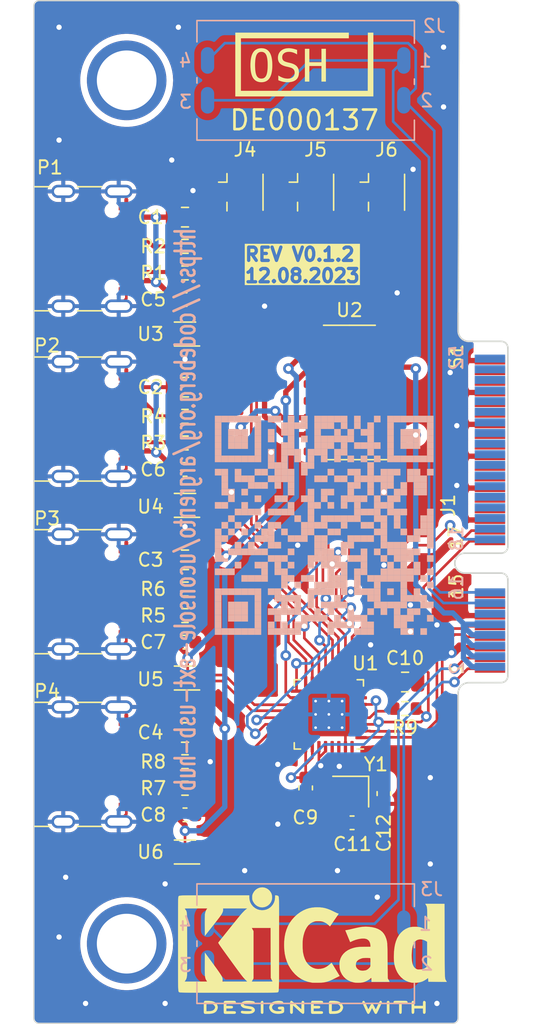
<source format=kicad_pcb>
(kicad_pcb (version 20221018) (generator pcbnew)
  (title_block (title "uConsole Extension USB Hub") (date "2023-08-03") (rev "0.1.1") (company "by argrento") (comment 2 "https://codeberg.org/argrento/uconsole-ext-usb-hub") (comment 4 "--->  UNTESTED  <---"))
  (layers (0 "F.Cu" signal) (31 "B.Cu" signal) (34 "B.Paste" user) (35 "F.Paste" user) (36 "B.SilkS" user "B.Silkscreen") (37 "F.SilkS" user "F.Silkscreen") (38 "B.Mask" user) (39 "F.Mask" user) (44 "Edge.Cuts" user))
  (net 0 "")
  (net 1 "/VBUS1")
  (net 2 "GND")
  (net 3 "/VBUS2")
  (net 4 "/VBUS3")
  (net 5 "/VBUS4")
  (net 6 "/HUB_RESET")
  (net 7 "/SPK_LP")
  (net 8 "+5V")
  (net 9 "/SPK_LN")
  (net 10 "/USB3_D+")
  (net 11 "/USB3_D-")
  (net 12 "/USB4_D+")
  (net 13 "/SPK_RP")
  (net 14 "/USB4_D-")
  (net 15 "/SPK_RN")
  (net 16 "+3.3V")
  (net 44 "Net-(P1-VCONN)")
  (net 45 "Net-(P1-CC)")
  (net 46 "Net-(P2-VCONN)")
  (net 47 "Net-(P2-CC)")
  (net 48 "Net-(P3-VCONN)")
  (net 49 "Net-(P3-CC)")
  (net 50 "Net-(P4-VCONN)")
  (net 51 "Net-(P4-CC)")
  (net 53 "/PWRON1")
  (net 54 "/OVRCUR1")
  (net 55 "/USBH1_D-")
  (net 56 "/PWRON2")
  (net 57 "/OVRCUR2")
  (net 58 "/USBH2_D-")
  (net 59 "/USBH2_D+")
  (net 60 "/PWRON3")
  (net 61 "/OVRCUR3")
  (net 62 "/USBH3_D-")
  (net 63 "/USBH3_D+")
  (net 64 "/PWRON4")
  (net 65 "/OVRCUR4")
  (net 66 "/USBH4_D-")
  (net 67 "/USBH4_D+")
  (net 68 "Net-(U1-XTAL2)")
  (net 69 "Net-(U1-XTAL1)")
  (net 71 "/USBH1_D+")
  (net 72 "/USB1_D+")
  (net 73 "/USB1_D-")
  (net 74 "/USB2_D+")
  (net 75 "/USB2_D-")
  (net 76 "/EXT_USB3_D+")
  (net 77 "/EXT_USB3_D-")
  (net 78 "/EXT_USB4_D+")
  (net 79 "/EXT_USB4_D-")
  (footprint "Resistor_SMD:R_0603_1608Metric" (layer "F.Cu") (at 147 92.8)
    (fp_text reference "R4")
    (fp_text value "5K1")
  )
  (footprint "Capacitor_SMD:C_0603_1608Metric" (layer "F.Cu") (at 162 121.2 -90)
    (fp_text reference "C12")
    (fp_text value "TBD")
  )
  (footprint "Capacitor_SMD:C_0805_2012Metric" (layer "F.Cu") (at 147 116.6)
    (fp_text reference "C4")
    (fp_text value "100uF")
  )
  (footprint "Capacitor_SMD:C_0603_1608Metric" (layer "F.Cu") (at 147 109.8)
    (fp_text reference "C7")
    (fp_text value "100nF")
  )
  (footprint "Package_SO:SOIC-16_3.9x9.9mm_P1.27mm" (layer "F.Cu") (at 159.4 91 180)
    (fp_text reference "U2")
    (fp_text value "TPS2044D")
  )
  (footprint "Resistor_SMD:R_0603_1608Metric" (layer "F.Cu") (at 147 105.8)
    (fp_text reference "R6")
    (fp_text value "5K1")
  )
  (footprint "Resistor_SMD:R_0603_1608Metric" (layer "F.Cu") (at 163.6 114.8 180)
    (fp_text reference "R9")
    (fp_text value "47K")
  )
  (footprint "Capacitor_SMD:C_0603_1608Metric" (layer "F.Cu") (at 147 84)
    (fp_text reference "C5")
    (fp_text value "100nF")
  )
  (footprint "oshwa-marks:OSHW_Dual_0.25_Scale" (layer "F.Cu") (at 156 66)
    (fp_text reference "OSHW_Dual_0.25_Scale" hide)
    (fp_text value "DE000137")
  )
  (footprint "Capacitor_SMD:C_0603_1608Metric" (layer "F.Cu") (at 147 122.8)
    (fp_text reference "C8")
    (fp_text value "100nF")
  )
  (footprint "Resistor_SMD:R_0603_1608Metric" (layer "F.Cu") (at 147 94.8)
    (fp_text reference "R3")
    (fp_text value "5K1")
  )
  (footprint "Connector_USB:USB_C_Receptacle_GCT_USB4105-xx-A_16P_TopMnt_Horizontal" (layer "F.Cu") (at 138.895 93 -90)
    (fp_text reference "P2")
    (fp_text value "USB_C_Plug_USB2.0")
  )
  (footprint "Package_DFN_QFN:QFN-32-1EP_5x5mm_P0.5mm_EP3.3x3.3mm_ThermalVias" (layer "F.Cu") (at 157.85 115.2375 180)
    (fp_text reference "U1")
    (fp_text value "TUSB2048B")
  )
  (footprint "Connector_USB:USB_C_Receptacle_GCT_USB4105-xx-A_16P_TopMnt_Horizontal" (layer "F.Cu") (at 138.895 80.18 -90)
    (fp_text reference "P1")
    (fp_text value "USB_C_Plug_USB2.0")
  )
  (footprint "Capacitor_SMD:C_0805_2012Metric" (layer "F.Cu") (at 147 90.6)
    (fp_text reference "C2")
    (fp_text value "100uF")
  )
  (footprint "Crystal:Crystal_SMD_2016-4Pin_2.0x1.6mm" (layer "F.Cu") (at 159.5 121.05 180)
    (fp_text reference "Y1")
    (fp_text value "6MHz")
  )
  (footprint "Resistor_SMD:R_0603_1608Metric" (layer "F.Cu") (at 147 118.8)
    (fp_text reference "R8")
    (fp_text value "5K1")
  )
  (footprint "Capacitor_SMD:C_0805_2012Metric" (layer "F.Cu") (at 147 77.8)
    (fp_text reference "C1")
    (fp_text value "100uF")
  )
  (footprint "Capacitor_SMD:C_0603_1608Metric" (layer "F.Cu") (at 147 96.8)
    (fp_text reference "C6")
    (fp_text value "100nF")
  )
  (footprint "Capacitor_SMD:C_0805_2012Metric" (layer "F.Cu") (at 163.6 112.8)
    (fp_text reference "C10")
    (fp_text value "100uF")
  )
  (footprint "Resistor_SMD:R_0603_1608Metric" (layer "F.Cu") (at 147 107.8)
    (fp_text reference "R5")
    (fp_text value "5K1")
  )
  (footprint "Connector_Coaxial:U.FL_Hirose_U.FL-R-SMT-1_Vertical" (layer "F.Cu") (at 151.05 75.925)
    (fp_text reference "J4")
    (fp_text value "MAIN")
  )
  (footprint "Capacitor_SMD:C_0603_1608Metric" (layer "F.Cu") (at 156.1 120.775 -90)
    (fp_text reference "C9")
    (fp_text value "100nF")
  )
  (footprint "Symbol:KiCad-Logo2_8mm_SilkScreen" (layer "F.Cu") (at 156.6 132.2)
    (fp_text reference "REF**" hide)
    (fp_text value "KiCad-Logo2_8mm_SilkScreen" hide)
  )
  (footprint "Connector_USB:USB_C_Receptacle_GCT_USB4105-xx-A_16P_TopMnt_Horizontal" (layer "F.Cu") (at 138.895 119 -90)
    (fp_text reference "P4")
    (fp_text value "USB_C_Plug_USB2.0")
  )
  (footprint "Resistor_SMD:R_0603_1608Metric" (layer "F.Cu") (at 147 120.8)
    (fp_text reference "R7")
    (fp_text value "5K1")
  )
  (footprint "Package_TO_SOT_SMD:SOT-666" (layer "F.Cu") (at 147 99.5 180)
    (fp_text reference "U4")
    (fp_text value "USBLC6-2P6")
  )
  (footprint "custom_components:mini_pcie_edge" (layer "F.Cu") (at 170 100 90)
    (fp_text reference "J1")
    (fp_text value "MINI_PCIE")
    (fp_line (start -13.65 -2.4) (end -15 -2.4) (stroke (width 0.12)) (layer "Edge.Cuts"))
    (fp_line (start -12.846447 0.846447) (end -12.85 -1.6) (stroke (width 0.12)) (layer "Edge.Cuts"))
    (fp_line (start -5.1 1.35) (end -12.346447 1.346447) (stroke (width 0.12)) (layer "Edge.Cuts"))
    (fp_line (start -4.6 -1.9) (end -4.6 0.85) (stroke (width 0.12)) (layer "Edge.Cuts"))
    (fp_line (start -3.1 0.85) (end -3.1 -1.9) (stroke (width 0.12)) (layer "Edge.Cuts"))
    (fp_line (start -2.6 1.35) (end 12.35 1.35) (stroke (width 0.12)) (layer "Edge.Cuts"))
    (fp_line (start 12.85 0.85) (end 12.85 -1.6) (stroke (width 0.12)) (layer "Edge.Cuts"))
    (fp_line (start 13.65 -2.4) (end 15 -2.4) (stroke (width 0.12)) (layer "Edge.Cuts"))
    (fp_arc (start -13.65 -2.4) (mid -13.084315 -2.165685) (end -12.85 -1.6) (stroke (width 0.12)) (layer "Edge.Cuts"))
    (fp_arc (start -12.346447 1.346447) (mid -12.7 1.2) (end -12.846447 0.846447) (stroke (width 0.12)) (layer "Edge.Cuts"))
    (fp_arc (start -4.6 -1.9) (mid -3.85 -2.65) (end -3.1 -1.9) (stroke (width 0.12)) (layer "Edge.Cuts"))
    (fp_arc (start -4.6 0.85) (mid -4.746447 1.203553) (end -5.1 1.35) (stroke (width 0.12)) (layer "Edge.Cuts"))
    (fp_arc (start -2.6 1.35) (mid -2.953553 1.203553) (end -3.1 0.85) (stroke (width 0.12)) (layer "Edge.Cuts"))
    (fp_arc (start 12.85 -1.6) (mid 13.084315 -2.165685) (end 13.65 -2.4) (stroke (width 0.12)) (layer "Edge.Cuts"))
    (fp_arc (start 12.85 0.85) (mid 12.703553 1.203553) (end 12.35 1.35) (stroke (width 0.12)) (layer "Edge.Cuts"))
  )
  (footprint "Capacitor_SMD:C_0603_1608Metric" (layer "F.Cu") (at 159.6 123.4)
    (fp_text reference "C11")
    (fp_text value "TBD")
  )
  (footprint "Capacitor_SMD:C_0805_2012Metric" (layer "F.Cu") (at 147 103.6)
    (fp_text reference "C3")
    (fp_text value "100uF")
  )
  (footprint "Package_TO_SOT_SMD:SOT-666" (layer "F.Cu") (at 147 125.6 180)
    (fp_text reference "U6")
    (fp_text value "USBLC6-2P6")
  )
  (footprint "Resistor_SMD:R_0603_1608Metric" (layer "F.Cu") (at 147 80)
    (fp_text reference "R2")
    (fp_text value "5K1")
  )
  (footprint "Package_TO_SOT_SMD:SOT-666" (layer "F.Cu") (at 147 86.6 180)
    (fp_text reference "U3")
    (fp_text value "USBLC6-2P6")
  )
  (footprint "Connector_USB:USB_C_Receptacle_GCT_USB4105-xx-A_16P_TopMnt_Horizontal" (layer "F.Cu") (at 138.895 106 -90)
    (fp_text reference "P3")
    (fp_text value "USB_C_Plug_USB2.0")
  )
  (footprint "Connector_Coaxial:U.FL_Hirose_U.FL-R-SMT-1_Vertical" (layer "F.Cu") (at 161.725 75.925)
    (fp_text reference "J6")
    (fp_text value "GPS")
  )
  (footprint "Connector_Coaxial:U.FL_Hirose_U.FL-R-SMT-1_Vertical" (layer "F.Cu") (at 156.375 75.925)
    (fp_text reference "J5")
    (fp_text value "AUX")
  )
  (footprint "Package_TO_SOT_SMD:SOT-666" (layer "F.Cu") (at 147 112.5 180)
    (fp_text reference "U5")
    (fp_text value "USBLC6-2P6")
  )
  (footprint "Resistor_SMD:R_0603_1608Metric" (layer "F.Cu") (at 147 82)
    (fp_text reference "R1")
    (fp_text value "5K1")
  )
  (footprint "custom_components:uConsole_speaker" (layer "B.Cu") (at 155.9 67 180)
    (fp_text reference "J2")
    (fp_text value "SPEAKER")
  )
  (footprint "custom_components:qr-https--codeberg.org-argrento-uconsole-ext-usb-hub" (layer "B.Cu") (at 157.5 101 -90)
    (fp_text reference "QR" hide)
    (fp_text value "")
  )
  (footprint "custom_components:uConsole_speaker" (layer "B.Cu") (at 155.9 132 180)
    (fp_text reference "J3")
    (fp_text value "SPEAKER")
  )
  (gr_arc (start 136 138.5) (mid 135.717157 138.382843) (end 135.6 138.1) (stroke (width 0.1)) (layer "Edge.Cuts"))
  (gr_arc (start 167.3 61.5) (mid 167.582843 61.617157) (end 167.7 61.9) (stroke (width 0.1)) (layer "Edge.Cuts"))
  (gr_line (start 167.3 61.5) (end 136 61.5) (stroke (width 0.1)) (layer "Edge.Cuts"))
  (gr_arc (start 135.6 61.9) (mid 135.717157 61.617157) (end 136 61.5) (stroke (width 0.1)) (layer "Edge.Cuts"))
  (gr_line (start 135.6 61.9) (end 135.6 138.1) (stroke (width 0.1)) (layer "Edge.Cuts"))
  (gr_line (start 167.6 85) (end 167.7 61.9) (stroke (width 0.1)) (layer "Edge.Cuts"))
  (gr_line (start 167.2 138.5) (end 136 138.5) (stroke (width 0.1)) (layer "Edge.Cuts"))
  (gr_line (start 167.6 115) (end 167.6 138.1) (stroke (width 0.1)) (layer "Edge.Cuts"))
  (gr_arc (start 167.6 138.1) (mid 167.482843 138.382843) (end 167.2 138.5) (stroke (width 0.1)) (layer "Edge.Cuts"))
  (gr_text "https://codeberg.org/argrento/uconsole-ext-usb-hub" (at 147.9 78.5 90) (layer "B.SilkS") (effects (font (size 1.5 1) (thickness 0.2)) (justify left bottom mirror)))
  (gr_text "REV V0.1.2\n12.08.2023" (at 151.4 82.8) (layer "F.SilkS" knockout) (effects (font (size 1 1) (thickness 0.25) bold) (justify left bottom)))
  (via (at 142.6 67.5) (size 6) (drill 4.5) (layers "F.Cu" "B.Cu") (net 0))
  (via (at 142.6 132.5) (size 6) (drill 4.5) (layers "F.Cu" "B.Cu") (net 0))
  (segment (start 142.595 77.8) (end 142.575 77.78) (width 0.4) (layer "F.Cu") (net 1))
  (segment (start 147.1 84.875) (end 146.225 84) (width 0.4) (layer "F.Cu") (net 1))
  (segment (start 153 92.8) (end 153 88.292894) (width 0.4) (layer "F.Cu") (net 1))
  (segment (start 156.925 94.175) (end 154.375 94.175) (width 0.4) (layer "F.Cu") (net 1))
  (segment (start 146.8 86.45) (end 146.8 85.175) (width 0.2) (layer "F.Cu") (net 1))
  (segment (start 149.582106 84.875) (end 147.1 84.875) (width 0.4) (layer "F.Cu") (net 1))
  (segment (start 153 88.292894) (end 149.582106 84.875) (width 0.4) (layer "F.Cu") (net 1))
  (segment (start 146.65 86.6) (end 146.8 86.45) (width 0.2) (layer "F.Cu") (net 1))
  (segment (start 144.805 82.58) (end 146.225 84) (width 0.4) (layer "F.Cu") (net 1))
  (segment (start 144.805 82.58) (end 144.805 82.6795) (width 0.4) (layer "F.Cu") (net 1))
  (segment (start 142.575 82.58) (end 144.805 82.58) (width 0.4) (layer "F.Cu") (net 1))
  (segment (start 146.8 85.175) (end 147.1 84.875) (width 0.2) (layer "F.Cu") (net 1))
  (segment (start 146.075 86.6) (end 146.65 86.6) (width 0.2) (layer "F.Cu") (net 1))
  (segment (start 146.05 77.8) (end 142.595 77.8) (width 0.4) (layer "F.Cu") (net 1))
  (segment (start 154.375 94.175) (end 153 92.8) (width 0.4) (layer "F.Cu") (net 1))
  (via (at 144.805 82.6795) (size 0.8) (drill 0.4) (layers "F.Cu" "B.Cu") (net 1))
  (via (at 144.8 77.8) (size 0.8) (drill 0.4) (layers "F.Cu" "B.Cu") (net 1))
  (segment (start 144.805 77.805) (end 144.8 77.8) (width 0.4) (layer "B.Cu") (net 1))
  (segment (start 144.805 82.6795) (end 144.805 77.805) (width 0.4) (layer "B.Cu") (net 1))
  (segment (start 147.35 125.6) (end 147 125.95) (width 0.2) (layer "F.Cu") (net 2))
  (segment (start 142.575 122.745) (end 142 123.32) (width 0.2) (layer "F.Cu") (net 2))
  (segment (start 159.1 117.675) (end 159.1 116.4875) (width 0.2) (layer "F.Cu") (net 2))
  (segment (start 147 86.95) (end 147 88.5) (width 0.2) (layer "F.Cu") (net 2))
  (segment (start 170 91) (end 167.8 91) (width 0.4) (layer "F.Cu") (net 2))
  (segment (start 170 98.2) (end 167.7 98.2) (width 0.4) (layer "F.Cu") (net 2))
  (segment (start 164.55 112.05) (end 164 111.5) (width 0.2) (layer "F.Cu") (net 2))
  (segment (start 147.925 125.6) (end 147.35 125.6) (width 0.2) (layer "F.Cu") (net 2))
  (segment (start 157.6 118) (end 157.6 117.675) (width 0.2) (layer "F.Cu") (net 2))
  (segment (start 170 107.8) (end 168.2 107.8) (width 0.4) (layer "F.Cu") (net 2))
  (segment (start 168.2 107.8) (end 168 107.6) (width 0.4) (layer "F.Cu") (net 2))
  (segment (start 147 99.85) (end 147 100.5) (width 0.2) (layer "F.Cu") (net 2))
  (segment (start 158.8 119.314257) (end 158.635632 119.149889) (width 0.2) (layer "F.Cu") (net 2))
  (segment (start 157.1 118.963868) (end 157.236132 119.1) (width 0.2) (layer "F.Cu") (net 2))
  (segment (start 170 110.2) (end 167.4995 110.2) (width 0.4) (layer "F.Cu") (net 2))
  (segment (start 147.825 118.8) (end 148.9 118.8) (width 0.2) (layer "F.Cu") (net 2))
  (segment (start 167.7 98.2) (end 167.5 98) (width 0.4) (layer "F.Cu") (net 2))
  (segment (start 167.4995 110.2) (end 167.0995 110.6) (width 0.4) (layer "F.Cu") (net 2))
  (segment (start 147 112.85) (end 147 113.4) (width 0.2) (layer "F.Cu") (net 2))
  (segment (start 167.6 93.4) (end 167.5 93.5) (width 0.4) (layer "F.Cu") (net 2))
  (segment (start 147 125.95) (end 147 126.5) (width 0.2) (layer "F.Cu") (net 2))
  (segment (start 142.575 83.925) (end 142 84.5) (width 0.2) (layer "F.Cu") (net 2))
  (segment (start 142.575 96.2) (end 142.575 96.745) (width 0.2) (layer "F.Cu") (net 2))
  (segment (start 147.925 112.5) (end 147.35 112.5) (width 0.2) (layer "F.Cu") (net 2))
  (segment (start 147.925 99.5) (end 147.35 99.5) (width 0.2) (layer "F.Cu") (net 2))
  (segment (start 147 100.5) (end 147 101.1) (width 0.2) (layer "F.Cu") (net 2))
  (segment (start 147.925 86.6) (end 147.35 86.6) (width 0.2) (layer "F.Cu") (net 2))
  (segment (start 170 100.6) (end 168.2 100.6) (width 0.4) (layer "F.Cu") (net 2))
  (segment (start 142.575 96.745) (end 142 97.32) (width 0.2) (layer "F.Cu") (net 2))
  (segment (start 170 93.4) (end 167.6 93.4) (width 0.4) (layer "F.Cu") (net 2))
  (segment (start 160.2875 113.2125) (end 161 112.5) (width 0.2) (layer "F.Cu") (net 2))
  (segment (start 170 95.8) (end 167.8 95.8) (width 0.4) (layer "F.Cu") (net 2))
  (segment (start 157.1 118.5) (end 157.6 118) (width 0.2) (layer "F.Cu") (net 2))
  (segment (start 157.1 117.675) (end 157.1 118.5) (width 0.2) (layer "F.Cu") (net 2))
  (segment (start 164.55 112.8) (end 164.55 112.05) (width 0.2) (layer "F.Cu") (net 2))
  (segment (start 147.35 99.5) (end 147 99.85) (width 0.2) (layer "F.Cu") (net 2))
  (segment (start 142.575 83.38) (end 142.575 83.925) (width 0.2) (layer "F.Cu") (net 2))
  (segment (start 158.8 120.5) (end 158.8 119.314257) (width 0.2) (layer "F.Cu") (net 2))
  (segment (start 159.1 116.4875) (end 158.85 116.2375) (width 0.2) (layer "F.Cu") (net 2))
  (segment (start 170 88.6) (end 167.8 88.6) (width 0.4) (layer "F.Cu") (net 2))
  (segment (start 142.575 122.2) (end 142.575 122.745) (width 0.2) (layer "F.Cu") (net 2))
  (segment (start 160.2875 113.4875) (end 160.2875 113.2125) (width 0.2) (layer "F.Cu") (net 2))
  (segment (start 157.1 118.5) (end 157.1 118.963868) (width 0.2) (layer "F.Cu") (net 2))
  (segment (start 142.575 109.2) (end 142.575 109.745) (width 0.2) (layer "F.Cu") (net 2))
  (segment (start 142.575 109.745) (end 142 110.32) (width 0.2) (layer "F.Cu") (net 2))
  (segment (start 147.35 112.5) (end 147 112.85) (width 0.2) (layer "F.Cu") (net 2))
  (segment (start 160.2875 113.9875) (end 160.2875 113.4875) (width 0.2) (layer "F.Cu") (net 2))
  (segment (start 147.35 86.6) (end 147 86.95) (width 0.2) (layer "F.Cu") (net 2))
  (via (at 162 104) (size 0.8) (drill 0.4) (layers "F.Cu" "B.Cu") (net 2))
  (via (at 145.5 137) (size 0.8) (drill 0.4) (layers "F.Cu" "B.Cu") (net 2))
  (via (at 138 127.5) (size 0.8) (drill 0.4) (layers "F.Cu" "B.Cu") (net 2))
  (via (at 166 108.5) (size 0.8) (drill 0.4) (layers "F.Cu" "B.Cu") (net 2))
  (via (at 146 73.5) (size 0.8) (drill 0.4) (layers "F.Cu" "B.Cu") (net 2))
  (via (at 137.5 72) (size 0.8) (drill 0.4) (layers "F.Cu" "B.Cu") (net 2))
  (via (at 150.5 98.5) (size 0.8) (drill 0.4) (layers "F.Cu" "B.Cu") (net 2))
  (via (at 147 88.5) (size 0.8) (drill 0.4) (layers "F.Cu" "B.Cu") (net 2))
  (via (at 153.5 95.5) (size 0.8) (drill 0.4) (layers "F.Cu" "B.Cu") (net 2))
  (via (at 164.2 74.2) (size 0.8) (drill 0.4) (layers "F.Cu" "B.Cu") (net 2))
  (via (at 158.5 127) (size 0.8) (drill 0.4) (layers "F.Cu" "B.Cu") (net 2))
  (via (at 167.0995 110.6) (size 0.8) (drill 0.4) (layers "F.Cu" "B.Cu") (net 2))
  (via (at 165.5 126.5) (size 0.8) (drill 0.4) (layers "F.Cu" "B.Cu") (net 2))
  (via (at 166.5 69.5) (size 0.8) (drill 0.4) (layers "F.Cu" "B.Cu") (net 2))
  (via (at 147.6 75.8) (size 0.8) (drill 0.4) (layers "F.Cu" "B.Cu") (net 2))
  (via (at 167.5 93.5) (size 0.8) (drill 0.4) (layers "F.Cu" "B.Cu") (net 2))
  (via (at 167 89.5) (size 0.8) (drill 0.4) (layers "F.Cu" "B.Cu") (net 2))
  (via (at 148.9 118.8) (size 0.8) (drill 0.4) (layers "F.Cu" "B.Cu") (net 2))
  (via (at 151.5 127) (size 0.8) (drill 0.4) (layers "F.Cu" "B.Cu") (net 2))
  (via (at 139.5 137) (size 0.8) (drill 0.4) (layers "F.Cu" "B.Cu") (net 2))
  (via (at 147 101.1) (size 0.8) (drill 0.4) (layers "F.Cu" "B.Cu") (net 2))
  (via (at 137.5 132) (size 0.8) (drill 0.4) (layers "F.Cu" "B.Cu") (net 2))
  (via (at 166.5 65) (size 0.8) (drill 0.4) (layers "F.Cu" "B.Cu") (net 2))
  (via (at 154 123.5) (size 0.8) (drill 0.4) (layers "F.Cu" "B.Cu") (net 2))
  (via (at 153 84.5) (size 0.8) (drill 0.4) (layers "F.Cu" "B.Cu") (net 2))
  (via (at 167.5 98) (size 0.8) (drill 0.4) (layers "F.Cu" "B.Cu") (net 2))
  (via (at 163 83.5) (size 0.8) (drill 0.4) (layers "F.Cu" "B.Cu") (net 2))
  (via (at 166 137) (size 0.8) (drill 0.4) (layers "F.Cu" "B.Cu") (net 2))
  (via (at 164 109) (size 0.8) (drill 0.4) (layers "F.Cu" "B.Cu") (net 2))
  (via (at 161 110) (size 0.8) (drill 0.4) (layers "F.Cu" "B.Cu") (net 2))
  (via (at 162 98.5) (size 0.8) (drill 0.4) (layers "F.Cu" "B.Cu") (net 2))
  (via (at 161.5 129) (size 0.8) (drill 0.4) (layers "F.Cu" "B.Cu") (net 2))
  (via (at 158.635632 119.149889) (size 0.8) (drill 0.4) (layers "F.Cu" "B.Cu") (net 2))
  (via (at 164 107) (size 0.8) (drill 0.4) (layers "F.Cu" "B.Cu") (net 2))
  (via (at 145.5 128) (size 0.8) (drill 0.4) (layers "F.Cu" "B.Cu") (net 2))
  (via (at 146.5 63.5) (size 0.8) (drill 0.4) (layers "F.Cu" "B.Cu") (net 2))
  (via (at 165.5 120) (size 0.8) (drill 0.4) (layers "F.Cu" "B.Cu") (net 2))
  (via (at 137.5 63.5) (size 0.8) (drill 0.4) (layers "F.Cu" "B.Cu") (net 2))
  (via (at 157.236132 119.1) (size 0.8) (drill 0.4) (layers "F.Cu" "B.Cu") (net 2))
  (via (at 155.5 102.5) (size 0.8) (drill 0.4) (layers "F.Cu" "B.Cu") (net 2))
  (via (at 154 119) (size 0.8) (drill 0.4) (layers "F.Cu" "B.Cu") (net 2))
  (segment (start 151.2 96.4) (end 149.6 98) (width 0.4) (layer "F.Cu") (net 3))
  (segment (start 144.4 95.4) (end 142.575 95.4) (width 0.4) (layer "F.Cu") (net 3))
  (segment (start 146.075 99.5) (end 146.65 99.5) (width 0.2) (layer "F.Cu") (net 3))
  (segment (start 154.305 92.905) (end 153.8 92.4) (width 0.4) (layer "F.Cu") (net 3))
  (segment (start 146.65 99.5) (end 146.8 99.35) (width 0.2) (layer "F.Cu") (net 3))
  (segment (start 147.425 98) (end 146.225 96.8) (width 0.4) (layer "F.Cu") (net 3))
  (segment (start 146.225 96.8) (end 144.825 95.4) (width 0.4) (layer "F.Cu") (net 3))
  (segment (start 146.825 98.6) (end 147.425 98) (width 0.2) (layer "F.Cu") (net 3))
  (segment (start 146.8 98.6) (end 146.825 98.6) (width 0.2) (layer "F.Cu") (net 3))
  (segment (start 144.8 90.6) (end 146.05 90.6) (width 0.3) (layer "F.Cu") (net 3))
  (segment (start 144.825 95.4) (end 144.4 95.4) (width 0.4) (layer "F.Cu") (net 3))
  (segment (start 156.925 92.905) (end 154.305 92.905) (width 0.4) (layer "F.Cu") (net 3))
  (segment (start 142.575 90.6) (end 144.8 90.6) (width 0.3) (layer "F.Cu") (net 3))
  (segment (start 149.6 98) (end 147.425 98) (width 0.4) (layer "F.Cu") (net 3))
  (segment (start 146.8 99.35) (end 146.8 98.6) (width 0.2) (layer "F.Cu") (net 3))
  (segment (start 151.2 93.6) (end 151.2 96.4) (width 0.4) (layer "F.Cu") (net 3))
  (segment (start 144.4 95.4) (end 144.7255 95.4) (width 0.4) (layer "F.Cu") (net 3))
  (segment (start 144.7255 95.4) (end 144.825 95.4995) (width 0.4) (layer "F.Cu") (net 3))
  (via (at 144.8 90.6) (size 0.8) (drill 0.4) (layers "F.Cu" "B.Cu") (net 3))
  (via (at 153.8 92.4) (size 0.8) (drill 0.4) (layers "F.Cu" "B.Cu") (net 3))
  (via (at 151.2 93.6) (size 0.8) (drill 0.4) (layers "F.Cu" "B.Cu") (net 3))
  (via (at 144.825 95.4995) (size 0.8) (drill 0.4) (layers "F.Cu" "B.Cu") (net 3))
  (segment (start 144.825 95.4995) (end 144.825 90.625) (width 0.4) (layer "B.Cu") (net 3))
  (segment (start 152.4 92.4) (end 151.2 93.6) (width 0.4) (layer "B.Cu") (net 3))
  (segment (start 153.8 92.4) (end 152.4 92.4) (width 0.4) (layer "B.Cu") (net 3))
  (segment (start 144.825 90.625) (end 144.8 90.6) (width 0.4) (layer "B.Cu") (net 3))
  (segment (start 154.6 90.937183) (end 154.6 91.6) (width 0.4) (layer "F.Cu") (net 4))
  (segment (start 156.925 89.095) (end 156.442183 89.095) (width 0.4) (layer "F.Cu") (net 4))
  (segment (start 146.65 112.5) (end 147.2 111.95) (width 0.2) (layer "F.Cu") (net 4))
  (segment (start 142.575 103.6) (end 146.05 103.6) (width 0.4) (layer "F.Cu") (net 4))
  (segment (start 147.2 110.775) (end 146.225 109.8) (width 0.4) (layer "F.Cu") (net 4))
  (segment (start 147.2 111) (end 147.2 110.775) (width 0.4) (layer "F.Cu") (net 4))
  (segment (start 146.075 112.5) (end 146.65 112.5) (width 0.2) (layer "F.Cu") (net 4))
  (segment (start 146.05 103.6) (end 147.175 102.475) (width 0.4) (layer "F.Cu") (net 4))
  (segment (start 149.275 102.475) (end 150.1 103.3) (width 0.4) (layer "F.Cu") (net 4))
  (segment (start 156.442183 89.095) (end 154.6 90.937183) (width 0.4) (layer "F.Cu") (net 4))
  (segment (start 146.225 109.8) (end 144.825 108.4) (width 0.4) (layer "F.Cu") (net 4))
  (segment (start 144.825 108.4) (end 142.575 108.4) (width 0.4) (layer "F.Cu") (net 4))
  (segment (start 147.175 102.475) (end 149.275 102.475) (width 0.4) (layer "F.Cu") (net 4))
  (segment (start 147.2 111.95) (end 147.2 111) (width 0.2) (layer "F.Cu") (net 4))
  (via (at 150.1 103.3) (size 0.8) (drill 0.4) (layers "F.Cu" "B.Cu") (net 4))
  (via (at 154.6 91.6) (size 0.8) (drill 0.4) (layers "F.Cu" "B.Cu") (net 4))
  (via (at 147.2 111) (size 0.8) (drill 0.4) (layers "F.Cu" "B.Cu") (net 4))
  (segment (start 154.6 91.6) (end 154.6 98.8) (width 0.4) (layer "B.Cu") (net 4))
  (segment (start 149.4 104) (end 149.4 108.8) (width 0.4) (layer "B.Cu") (net 4))
  (segment (start 154.6 98.8) (end 149.4 104) (width 0.4) (layer "B.Cu") (net 4))
  (segment (start 149.4 108.8) (end 147.2 111) (width 0.4) (layer "B.Cu") (net 4))
  (segment (start 147 125.25) (end 147 124) (width 0.2) (layer "F.Cu") (net 5))
  (segment (start 146.225 122.8) (end 144.825 121.4) (width 0.4) (layer "F.Cu") (net 5))
  (segment (start 147 123.575) (end 146.225 122.8) (width 0.4) (layer "F.Cu") (net 5))
  (segment (start 156.175 87.825) (end 154.8 89.2) (width 0.4) (layer "F.Cu") (net 5))
  (segment (start 150 116.3) (end 148.5 114.8) (width 0.4) (layer "F.Cu") (net 5))
  (segment (start 146.65 125.6) (end 147 125.25) (width 0.2) (layer "F.Cu") (net 5))
  (segment (start 142.575 116.6) (end 146.05 116.6) (width 0.4) (layer "F.Cu") (net 5))
  (segment (start 146.075 125.6) (end 146.65 125.6) (width 0.2) (layer "F.Cu") (net 5))
  (segment (start 148.5 114.8) (end 146.8 114.8) (width 0.4) (layer "F.Cu") (net 5))
  (segment (start 146.8 114.8) (end 146.05 115.55) (width 0.4) (layer "F.Cu") (net 5))
  (segment (start 156.925 87.825) (end 156.175 87.825) (width 0.4) (layer "F.Cu") (net 5))
  (segment (start 144.825 121.4) (end 142.575 121.4) (width 0.4) (layer "F.Cu") (net 5))
  (segment (start 146.05 115.55) (end 146.05 116.6) (width 0.4) (layer "F.Cu") (net 5))
  (segment (start 147 124) (end 147 123.575) (width 0.4) (layer "F.Cu") (net 5))
  (via (at 150 116.3) (size 0.8) (drill 0.4) (layers "F.Cu" "B.Cu") (net 5))
  (via (at 154.8 89.2) (size 0.8) (drill 0.4) (layers "F.Cu" "B.Cu") (net 5))
  (via (at 147 124) (size 0.8) (drill 0.4) (layers "F.Cu" "B.Cu") (net 5))
  (segment (start 155.4 98.848528) (end 155.4 89.8) (width 0.4) (layer "B.Cu") (net 5))
  (segment (start 150 116.3) (end 150 122.2) (width 0.4) (layer "B.Cu") (net 5))
  (segment (start 155.4 89.8) (end 154.8 89.2) (width 0.4) (layer "B.Cu") (net 5))
  (segment (start 148.2 124) (end 147 124) (width 0.4) (layer "B.Cu") (net 5))
  (segment (start 151.124264 103.124264) (end 155.4 98.848528) (width 0.4) (layer "B.Cu") (net 5))
  (segment (start 150 116.3) (end 150 104.531371) (width 0.4) (layer "B.Cu") (net 5))
  (segment (start 150 104.531371) (end 151.124264 103.407107) (width 0.4) (layer "B.Cu") (net 5))
  (segment (start 151.124264 103.407107) (end 151.124264 103.124264) (width 0.4) (layer "B.Cu") (net 5))
  (segment (start 150 122.2) (end 148.2 124) (width 0.4) (layer "B.Cu") (net 5))
  (segment (start 162.775 112.925) (end 162.65 112.8) (width 0.2) (layer "F.Cu") (net 6))
  (segment (start 161.42305 115) (end 162.575 115) (width 0.2) (layer "F.Cu") (net 6))
  (segment (start 162.575 115) (end 162.775 114.8) (width 0.2) (layer "F.Cu") (net 6))
  (segment (start 162.775 114.8) (end 162.775 112.925) (width 0.2) (layer "F.Cu") (net 6))
  (segment (start 164.5 102.5) (end 162.7 104.3) (width 0.2) (layer "F.Cu") (net 6))
  (segment (start 165.5 102.5) (end 164.5 102.5) (width 0.2) (layer "F.Cu") (net 6))
  (segment (start 167 101) (end 165.5 102.5) (width 0.2) (layer "F.Cu") (net 6))
  (segment (start 160.2875 115.4875) (end 160.93555 115.4875) (width 0.2) (layer "F.Cu") (net 6))
  (segment (start 160.93555 115.4875) (end 161.42305 115) (width 0.2) (layer "F.Cu") (net 6))
  (segment (start 162.7 104.3) (end 162.7 112.75) (width 0.2) (layer "F.Cu") (net 6))
  (segment (start 162.7 112.75) (end 162.65 112.8) (width 0.2) (layer "F.Cu") (net 6))
  (via (at 167 101) (size 0.8) (drill 0.4) (layers "F.Cu" "B.Cu") (net 6))
  (segment (start 167 101) (end 168.05 102.05) (width 0.2) (layer "B.Cu") (net 6))
  (segment (start 168.05 102.05) (end 170 102.05) (width 0.2) (layer "B.Cu") (net 6))
  (segment (start 168.3245 111.8) (end 167.3245 112.8) (width 0.2) (layer "F.Cu") (net 7))
  (segment (start 170 111.8) (end 168.3245 111.8) (width 0.2) (layer "F.Cu") (net 7))
  (via (at 167.3245 112.8) (size 0.8) (drill 0.4) (layers "F.Cu" "B.Cu") (net 7))
  (segment (start 150 135.3) (end 148.7 134) (width 0.2) (layer "B.Cu") (net 7))
  (segment (start 166.4 112.8) (end 163.5 115.7) (width 0.2) (layer "B.Cu") (net 7))
  (segment (start 164.3 131.8) (end 164.3 134.9) (width 0.2) (layer "B.Cu") (net 7))
  (segment (start 163.5 115.7) (end 163.5 131) (width 0.2) (layer "B.Cu") (net 7))
  (segment (start 164.3 134.9) (end 163.9 135.3) (width 0.2) (layer "B.Cu") (net 7))
  (segment (start 163.9 135.3) (end 150 135.3) (width 0.2) (layer "B.Cu") (net 7))
  (segment (start 167.3245 112.8) (end 166.4 112.8) (width 0.2) (layer "B.Cu") (net 7))
  (segment (start 163.5 131) (end 164.3 131.8) (width 0.2) (layer "B.Cu") (net 7))
  (segment (start 161.875 89.095) (end 164.295 89.095) (width 0.4) (layer "F.Cu") (net 8))
  (segment (start 164.375 94.175) (end 164.4 94.2) (width 0.4) (layer "F.Cu") (net 8))
  (segment (start 164.295 89.095) (end 164.4 89.2) (width 0.4) (layer "F.Cu") (net 8))
  (segment (start 161.875 94.175) (end 164.375 94.175) (width 0.4) (layer "F.Cu") (net 8))
  (via (at 164.4 89.2) (size 0.8) (drill 0.4) (layers "F.Cu" "B.Cu") (net 8))
  (via (at 164.4 94.2) (size 0.8) (drill 0.4) (layers "F.Cu" "B.Cu") (net 8))
  (segment (start 166.527208 107.6) (end 164.4 105.472792) (width 0.4) (layer "B.Cu") (net 8))
  (segment (start 167.2 107.6) (end 166.527208 107.6) (width 0.4) (layer "B.Cu") (net 8))
  (segment (start 164.4 105.472792) (end 164.4 94.2) (width 0.4) (layer "B.Cu") (net 8))
  (segment (start 168.65 109.25) (end 168 108.6) (width 0.4) (layer "B.Cu") (net 8))
  (segment (start 170 109.25) (end 168.65 109.25) (width 0.4) (layer "B.Cu") (net 8))
  (segment (start 168.65 110.05) (end 168 109.4) (width 0.4) (layer "B.Cu") (net 8))
  (segment (start 170 110.85) (end 168.65 110.85) (width 0.4) (layer "B.Cu") (net 8))
  (segment (start 164.4 94.2) (end 164.4 89.2) (width 0.4) (layer "B.Cu") (net 8))
  (segment (start 168 110.2) (end 168 109.4) (width 0.4) (layer "B.Cu") (net 8))
  (segment (start 170 111.65) (end 168.65 111.65) (width 0.4) (layer "B.Cu") (net 8))
  (segment (start 168 109.4) (end 168 108.6) (width 0.4) (layer "B.Cu") (net 8))
  (segment (start 168 108.5) (end 168.05 108.45) (width 0.4) (layer "B.Cu") (net 8))
  (segment (start 170 108.45) (end 168.05 108.45) (width 0.4) (layer "B.Cu") (net 8))
  (segment (start 168.05 108.45) (end 167.2 107.6) (width 0.4) (layer "B.Cu") (net 8))
  (segment (start 168 111) (end 168 110.2) (width 0.4) (layer "B.Cu") (net 8))
  (segment (start 168 108.6) (end 168 108.5) (width 0.4) (layer "B.Cu") (net 8))
  (segment (start 168.65 110.85) (end 168 110.2) (width 0.4) (layer "B.Cu") (net 8))
  (segment (start 168.65 111.65) (end 168 111) (width 0.4) (layer "B.Cu") (net 8))
  (segment (start 170 110.05) (end 168.65 110.05) (width 0.4) (layer "B.Cu") (net 8))
  (segment (start 168.124997 111) (end 170 111) (width 0.2) (layer "F.Cu") (net 9))
  (segment (start 167.3245 111.800497) (end 168.124997 111) (width 0.2) (layer "F.Cu") (net 9))
  (via (at 167.3245 111.800497) (size 0.8) (drill 0.4) (layers "F.Cu" "B.Cu") (net 9))
  (segment (start 163.5 134) (end 151.7 134) (width 0.2) (layer "B.Cu") (net 9))
  (segment (start 163.1 129.2) (end 161.3 131) (width 0.2) (layer "B.Cu") (net 9))
  (segment (start 151.7 134) (end 148.7 131) (width 0.2) (layer "B.Cu") (net 9))
  (segment (start 161.3 131) (end 148.7 131) (width 0.2) (layer "B.Cu") (net 9))
  (segment (start 163.1 115.028013) (end 163.1 129.2) (width 0.2) (layer "B.Cu") (net 9))
  (segment (start 166.327516 111.800497) (end 163.1 115.028013) (width 0.2) (layer "B.Cu") (net 9))
  (segment (start 167.3245 111.800497) (end 166.327516 111.800497) (width 0.2) (layer "B.Cu") (net 9))
  (segment (start 141.687499 105.775) (end 141.712499 105.75) (width 0.2) (layer "F.Cu") (net 10))
  (segment (start 140.7068 105.775) (end 141.687499 105.775) (width 0.2) (layer "F.Cu") (net 10))
  (segment (start 139.375 111.2932) (end 139.375 107.1068) (width 0.2) (layer "F.Cu") (net 10))
  (segment (start 144.8 112.725) (end 140.8068 112.725) (width 0.2) (layer "F.Cu") (net 10))
  (segment (start 145.1125 113.0375) (end 144.8 112.725) (width 0.2) (layer "F.Cu") (net 10))
  (segment (start 146.15 113.0375) (end 145.1125 113.0375) (width 0.2) (layer "F.Cu") (net 10))
  (segment (start 139.375 107.1068) (end 140.7068 105.775) (width 0.2) (layer "F.Cu") (net 10))
  (segment (start 140.8068 112.725) (end 139.375 111.2932) (width 0.2) (layer "F.Cu") (net 10))
  (segment (start 141.712499 105.75) (end 142.575 105.75) (width 0.2) (layer "F.Cu") (net 10))
  (segment (start 146.15 111.9625) (end 145.1125 111.9625) (width 0.2) (layer "F.Cu") (net 11))
  (segment (start 140.8932 106.225) (end 141.687499 106.225) (width 0.2) (layer "F.Cu") (net 11))
  (segment (start 141.687499 106.225) (end 141.712499 106.25) (width 0.2) (layer "F.Cu") (net 11))
  (segment (start 145.1125 111.9625) (end 144.8 112.275) (width 0.2) (layer "F.Cu") (net 11))
  (segment (start 140.9932 112.275) (end 139.825 111.1068) (width 0.2) (layer "F.Cu") (net 11))
  (segment (start 139.825 107.2932) (end 140.8932 106.225) (width 0.2) (layer "F.Cu") (net 11))
  (segment (start 139.825 111.1068) (end 139.825 107.2932) (width 0.2) (layer "F.Cu") (net 11))
  (segment (start 141.712499 106.25) (end 142.575 106.25) (width 0.2) (layer "F.Cu") (net 11))
  (segment (start 144.8 112.275) (end 140.9932 112.275) (width 0.2) (layer "F.Cu") (net 11))
  (segment (start 139.575 124.4932) (end 139.575 119.7068) (width 0.2) (layer "F.Cu") (net 12))
  (segment (start 139.575 119.7068) (end 140.5068 118.775) (width 0.2) (layer "F.Cu") (net 12))
  (segment (start 144.8 125.825) (end 140.9068 125.825) (width 0.2) (layer "F.Cu") (net 12))
  (segment (start 145.1125 126.1375) (end 144.8 125.825) (width 0.2) (layer "F.Cu") (net 12))
  (segment (start 140.5068 118.775) (end 141.687499 118.775) (width 0.2) (layer "F.Cu") (net 12))
  (segment (start 146.15 126.1375) (end 145.1125 126.1375) (width 0.2) (layer "F.Cu") (net 12))
  (segment (start 141.712499 118.75) (end 142.575 118.75) (width 0.2) (layer "F.Cu") (net 12))
  (segment (start 141.687499 118.775) (end 141.712499 118.75) (width 0.2) (layer "F.Cu") (net 12))
  (segment (start 140.9068 125.825) (end 139.575 124.4932) (width 0.2) (layer "F.Cu") (net 12))
  (segment (start 148.7 69) (end 153.4 69) (width 0.2) (layer "B.Cu") (net 13))
  (segment (start 163.5 66) (end 162.7 66.8) (width 0.2) (layer "B.Cu") (net 13))
  (segment (start 162.7 66.8) (end 162.7 70.6) (width 0.2) (layer "B.Cu") (net 13))
  (segment (start 156.4 66) (end 163.5 66) (width 0.2) (layer "B.Cu") (net 13))
  (segment (start 166.484314 106.85) (end 170 106.85) (width 0.2) (layer "B.Cu") (net 13))
  (segment (start 153.4 69) (end 156.4 66) (width 0.2) (layer "B.Cu") (net 13))
  (segment (start 165.4 73.3) (end 165.4 105.765685) (width 0.2) (layer "B.Cu") (net 13))
  (segment (start 165.4 105.765685) (end 166.484314 106.85) (width 0.2) (layer "B.Cu") (net 13))
  (segment (start 162.7 70.6) (end 165.4 73.3) (width 0.2) (layer "B.Cu") (net 13))
  (segment (start 144.8 125.375) (end 141.0932 125.375) (width 0.2) (layer "F.Cu") (net 14))
  (segment (start 146.15 125.0625) (end 145.1125 125.0625) (width 0.2) (layer "F.Cu") (net 14))
  (segment (start 141.0932 125.375) (end 140.025 124.3068) (width 0.2) (layer "F.Cu") (net 14))
  (segment (start 141.687499 119.225) (end 141.712499 119.25) (width 0.2) (layer "F.Cu") (net 14))
  (segment (start 140.025 119.8932) (end 140.6932 119.225) (width 0.2) (layer "F.Cu") (net 14))
  (segment (start 140.025 124.3068) (end 140.025 119.8932) (width 0.2) (layer "F.Cu") (net 14))
  (segment (start 140.6932 119.225) (end 141.687499 119.225) (width 0.2) (layer "F.Cu") (net 14))
  (segment (start 145.1125 125.0625) (end 144.8 125.375) (width 0.2) (layer "F.Cu") (net 14))
  (segment (start 141.712499 119.25) (end 142.575 119.25) (width 0.2) (layer "F.Cu") (net 14))
  (segment (start 165.8 105.6) (end 166.25 106.05) (width 0.2) (layer "B.Cu") (net 15))
  (segment (start 165.8 71.3) (end 165.8 105.6) (width 0.2) (layer "B.Cu") (net 15))
  (segment (start 164.4 68.1) (end 163.5 69) (width 0.2) (layer "B.Cu") (net 15))
  (segment (start 163.5 69) (end 165.8 71.3) (width 0.2) (layer "B.Cu") (net 15))
  (segment (start 166.25 106.05) (end 170 106.05) (width 0.2) (layer "B.Cu") (net 15))
  (segment (start 148.7 66) (end 150 64.7) (width 0.2) (layer "B.Cu") (net 15))
  (segment (start 150 64.7) (end 163.831371 64.7) (width 0.2) (layer "B.Cu") (net 15))
  (segment (start 163.831371 64.7) (end 164.4 65.268629) (width 0.2) (layer "B.Cu") (net 15))
  (segment (start 164.4 65.268629) (end 164.4 68.1) (width 0.2) (layer "B.Cu") (net 15))
  (segment (start 156.6 118.5) (end 156.1 119) (width 0.2) (layer "F.Cu") (net 16))
  (segment (start 164.425 114.8) (end 164.6 114.8) (width 0.2) (layer "F.Cu") (net 16))
  (segment (start 161.1125 114.4875) (end 161.4 114.2) (width 0.2) (layer "F.Cu") (net 16))
  (segment (start 165 105.650894) (end 165 111.747183) (width 0.2) (layer "F.Cu") (net 16))
  (segment (start 156.6 117.675) (end 156.6 118.5) (width 0.2) (layer "F.Cu") (net 16))
  (segment (start 160.2875 115.9875) (end 161.4255 115.9875) (width 0.2) (layer "F.Cu") (net 16))
  (segment (start 170 101.4) (end 168.6 101.4) (width 0.2) (layer "F.Cu") (net 16))
  (segment (start 156.1 117.675) (end 156.1 119) (width 0.2) (layer "F.Cu") (net 16))
  (segment (start 156.1 120) (end 155 120) (width 0.2) (layer "F.Cu") (net 16))
  (segment (start 164.787 115.813) (end 161.6 115.813) (width 0.2) (layer "F.Cu") (net 16))
  (segment (start 167.825447 102.825447) (end 165 105.650894) (width 0.2) (layer "F.Cu") (net 16))
  (segment (start 161.4255 115.9875) (end 161.6 115.813) (width 0.2) (layer "F.Cu") (net 16))
  (segment (start 165.35 112.097183) (end 165.35 115.25) (width 0.2) (layer "F.Cu") (net 16))
  (segment (start 165.35 115.25) (end 165.2 115.4) (width 0.2) (layer "F.Cu") (net 16))
  (segment (start 156.1 119) (end 156.1 120) (width 0.2) (layer "F.Cu") (net 16))
  (segment (start 168.6 101.4) (end 167.825447 102.174553) (width 0.2) (layer "F.Cu") (net 16))
  (segment (start 160.2875 114.4875) (end 161.1125 114.4875) (width 0.2) (layer "F.Cu") (net 16))
  (segment (start 165.2 115.4) (end 164.787 115.813) (width 0.2) (layer "F.Cu") (net 16))
  (segment (start 164.6 114.8) (end 165.2 115.4) (width 0.2) (layer "F.Cu") (net 16))
  (segment (start 165 111.747183) (end 165.35 112.097183) (width 0.2) (layer "F.Cu") (net 16))
  (segment (start 168.450894 102.2) (end 167.825447 102.825447) (width 0.2) (layer "F.Cu") (net 16))
  (segment (start 167.825447 102.174553) (end 167.825447 102.825447) (width 0.2) (layer "F.Cu") (net 16))
  (segment (start 170 102.2) (end 168.450894 102.2) (width 0.2) (layer "F.Cu") (net 16))
  (via (at 155 120) (size 0.8) (drill 0.4) (layers "F.Cu" "B.Cu") (net 16))
  (via (at 165.2 115.4) (size 0.8) (drill 0.4) (layers "F.Cu" "B.Cu") (net 16))
  (via (at 161.4 114.2) (size 0.8) (drill 0.4) (layers "F.Cu" "B.Cu") (net 16))
  (via (at 161.6 115.813) (size 0.8) (drill 0.4) (layers "F.Cu" "B.Cu") (net 16))
  (segment (start 161.6 116.4) (end 161.6 115.813) (width 0.2) (layer "B.Cu") (net 16))
  (segment (start 155 120) (end 157.5 117.5) (width 0.2) (layer "B.Cu") (net 16))
  (segment (start 161.4 114.2) (end 161.4 115.613) (width 0.2) (layer "B.Cu") (net 16))
  (segment (start 161.4 115.613) (end 161.6 115.813) (width 0.2) (layer "B.Cu") (net 16))
  (segment (start 157.5 117.5) (end 160.5 117.5) (width 0.2) (layer "B.Cu") (net 16))
  (segment (start 160.5 117.5) (end 161.6 116.4) (width 0.2) (layer "B.Cu") (net 16))
  (segment (start 146.105 81.93) (end 146.175 82) (width 0.3) (layer "F.Cu") (net 44))
  (segment (start 142.575 81.93) (end 146.105 81.93) (width 0.3) (layer "F.Cu") (net 44))
  (segment (start 144.6 80) (end 146.175 80) (width 0.3) (layer "F.Cu") (net 45))
  (segment (start 142.575 78.93) (end 143.53 78.93) (width 0.3) (layer "F.Cu") (net 45))
  (segment (start 143.53 78.93) (end 144.6 80) (width 0.3) (layer "F.Cu") (net 45))
  (segment (start 146.125 94.75) (end 146.175 94.8) (width 0.3) (layer "F.Cu") (net 46))
  (segment (start 142.575 94.75) (end 146.125 94.75) (width 0.3) (layer "F.Cu") (net 46))
  (segment (start 142.575 91.75) (end 143.95 91.75) (width 0.3) (layer "F.Cu") (net 47))
  (segment (start 145 92.8) (end 146.175 92.8) (width 0.3) (layer "F.Cu") (net 47))
  (segment (start 143.95 91.75) (end 145 92.8) (width 0.3) (layer "F.Cu") (net 47))
  (segment (start 146.125 107.75) (end 146.175 107.8) (width 0.3) (layer "F.Cu") (net 48))
  (segment (start 142.575 107.75) (end 146.125 107.75) (width 0.3) (layer "F.Cu") (net 48))
  (segment (start 142.575 104.75) (end 143.5 104.75) (width 0.3) (layer "F.Cu") (net 49))
  (segment (start 144.55 105.8) (end 146.175 105.8) (width 0.3) (layer "F.Cu") (net 49))
  (segment (start 143.5 104.75) (end 144.55 105.8) (width 0.3) (layer "F.Cu") (net 49))
  (segment (start 142.575 120.75) (end 146.125 120.75) (width 0.3) (layer "F.Cu") (net 50))
  (segment (start 146.125 120.75) (end 146.175 120.8) (width 0.3) (layer "F.Cu") (net 50))
  (segment (start 144.6 118.8) (end 146.175 118.8) (width 0.3) (layer "F.Cu") (net 51))
  (segment (start 142.575 117.75) (end 143.55 117.75) (width 0.3) (layer "F.Cu") (net 51))
  (segment (start 143.55 117.75) (end 144.6 118.8) (width 0.3) (layer "F.Cu") (net 51))
  (segment (start 159.6 109.4) (end 160.6 108.4) (width 0.2) (layer "F.Cu") (net 53))
  (segment (start 160.6 93) (end 160.695 92.905) (width 0.2) (layer "F.Cu") (net 53))
  (segment (start 160.6 108.4) (end 160.6 93) (width 0.2) (layer "F.Cu") (net 53))
  (segment (start 160.695 92.905) (end 161.875 92.905) (width 0.2) (layer "F.Cu") (net 53))
  (segment (start 159.6 112.8) (end 159.6 109.4) (width 0.2) (layer "F.Cu") (net 53))
  (segment (start 159.1 112.8) (end 159.1 109.3) (width 0.2) (layer "F.Cu") (net 54))
  (segment (start 156.925 107.125) (end 156.925 95.445) (width 0.2) (layer "F.Cu") (net 54))
  (segment (start 159.1 109.3) (end 156.925 107.125) (width 0.2) (layer "F.Cu") (net 54))
  (segment (start 153.975 104.8568) (end 158.575 109.4568) (width 0.2) (layer "F.Cu") (net 55))
  (segment (start 158.575 109.4568) (end 158.575 112.118749) (width 0.2) (layer "F.Cu") (net 55))
  (segment (start 152.4 88.4) (end 152.4 100.75043) (width 0.2) (layer "F.Cu") (net 55))
  (segment (start 150.375 86.375) (end 152.4 88.4) (width 0.2) (layer "F.Cu") (net 55))
  (segment (start 149.0875 86.0625) (end 149.4 86.375) (width 0.2) (layer "F.Cu") (net 55))
  (segment (start 147.85 86.0625) (end 149.0875 86.0625) (width 0.2) (layer "F.Cu") (net 55))
  (segment (start 152.4 100.75043) (end 153.975 102.32543) (width 0.2) (layer "F.Cu") (net 55))
  (segment (start 158.575 112.118749) (end 158.6 112.143749) (width 0.2) (layer "F.Cu") (net 55))
  (segment (start 153.975 102.32543) (end 153.975 104.8568) (width 0.2) (layer "F.Cu") (net 55))
  (segment (start 149.4 86.375) (end 150.375 86.375) (width 0.2) (layer "F.Cu") (net 55))
  (segment (start 158.6 112.143749) (end 158.6 112.8) (width 0.2) (layer "F.Cu") (net 55))
  (segment (start 159.5005 106) (end 160.2 105.3005) (width 0.2) (layer "F.Cu") (net 56))
  (segment (start 161.199314 91.635) (end 161.875 91.635) (width 0.2) (layer "F.Cu") (net 56))
  (segment (start 157.6 110.107444) (end 157.146278 109.653722) (width 0.2) (layer "F.Cu") (net 56))
  (segment (start 160.2 105.3005) (end 160.2 92.634314) (width 0.2) (layer "F.Cu") (net 56))
  (segment (start 157.6 112.8) (end 157.6 110.107444) (width 0.2) (layer "F.Cu") (net 56))
  (segment (start 160.2 92.634314) (end 161.199314 91.635) (width 0.2) (layer "F.Cu") (net 56))
  (via (at 157.146278 109.653722) (size 0.8) (drill 0.4) (layers "F.Cu" "B.Cu") (net 56))
  (via (at 159.5005 106) (size 0.8) (drill 0.4) (layers "F.Cu" "B.Cu") (net 56))
  (segment (start 159.5005 106) (end 157.146278 108.354222) (width 0.2) (layer "B.Cu") (net 56))
  (segment (start 157.146278 108.354222) (end 157.146278 109.653722) (width 0.2) (layer "B.Cu") (net 56))
  (segment (start 157.1 110.597394) (end 156 109.497394) (width 0.2) (layer "F.Cu") (net 57))
  (segment (start 157.4 106.300683) (end 157.6245 106.525183) (width 0.2) (layer "F.Cu") (net 57))
  (segment (start 157.266396 91.635) (end 158.2 92.568604) (width 0.2) (layer "F.Cu") (net 57))
  (segment (start 156 109.497394) (end 156 108.6) (width 0.2) (layer "F.Cu") (net 57))
  (segment (start 157.4 96.6) (end 157.4 106.300683) (width 0.2) (layer "F.Cu") (net 57))
  (segment (start 157.1 112.8) (end 157.1 110.597394) (width 0.2) (layer "F.Cu") (net 57))
  (segment (start 158.2 95.8) (end 157.4 96.6) (width 0.2) (layer "F.Cu") (net 57))
  (segment (start 158.2 92.568604) (end 158.2 95.8) (width 0.2) (layer "F.Cu") (net 57))
  (segment (start 156.925 91.635) (end 157.266396 91.635) (width 0.2) (layer "F.Cu") (net 57))
  (via (at 156 108.6) (size 0.8) (drill 0.4) (layers "F.Cu" "B.Cu") (net 57))
  (via (at 157.6245 106.525183) (size 0.8) (drill 0.4) (layers "F.Cu" "B.Cu") (net 57))
  (segment (start 157.6245 106.525183) (end 157.6245 106.9755) (width 0.2) (layer "B.Cu") (net 57))
  (segment (start 157.6245 106.9755) (end 156 108.6) (width 0.2) (layer "B.Cu") (net 57))
  (segment (start 149.2 99.275) (end 149.7932 99.275) (width 0.2) (layer "F.Cu") (net 58))
  (segment (start 147.85 98.9625) (end 148.8875 98.9625) (width 0.2) (layer "F.Cu") (net 58))
  (segment (start 148.8875 98.9625) (end 149.2 99.275) (width 0.2) (layer "F.Cu") (net 58))
  (segment (start 149.7932 99.275) (end 153.175 102.6568) (width 0.2) (layer "F.Cu") (net 58))
  (segment (start 153.175 105.258886) (end 155.2 107.283886) (width 0.2) (layer "F.Cu") (net 58))
  (segment (start 155.2 109.634314) (end 156.6 111.034314) (width 0.2) (layer "F.Cu") (net 58))
  (segment (start 155.2 107.283886) (end 155.2 109.634314) (width 0.2) (layer "F.Cu") (net 58))
  (segment (start 153.175 102.6568) (end 153.175 105.258886) (width 0.2) (layer "F.Cu") (net 58))
  (segment (start 156.6 111.034314) (end 156.6 112.8) (width 0.2) (layer "F.Cu") (net 58))
  (segment (start 154.8 107.52027) (end 154.8 109.8) (width 0.2) (layer "F.Cu") (net 59))
  (segment (start 153.775 106.49527) (end 154.8 107.52027) (width 0.2) (layer "F.Cu") (net 59))
  (segment (start 153.775 106.495254) (end 153.775 106.49527) (width 0.2) (layer "F.Cu") (net 59))
  (segment (start 149.2 99.725) (end 149.6068 99.725) (width 0.2) (layer "F.Cu") (net 59))
  (segment (start 148.8875 100.0375) (end 149.2 99.725) (width 0.2) (layer "F.Cu") (net 59))
  (segment (start 152.72502 102.84322) (end 152.72502 105.445274) (width 0.2) (layer "F.Cu") (net 59))
  (segment (start 152.72502 105.445274) (end 153.775 106.495254) (width 0.2) (layer "F.Cu") (net 59))
  (segment (start 156.125 111.125) (end 156.125 112.118749) (width 0.2) (layer "F.Cu") (net 59))
  (segment (start 156.1 112.143749) (end 156.1 112.8) (width 0.2) (layer "F.Cu") (net 59))
  (segment (start 149.6068 99.725) (end 152.72502 102.84322) (width 0.2) (layer "F.Cu") (net 59))
  (segment (start 147.85 100.0375) (end 148.8875 100.0375) (width 0.2) (layer "F.Cu") (net 59))
  (segment (start 154.8 109.8) (end 156.125 111.125) (width 0.2) (layer "F.Cu") (net 59))
  (segment (start 156.125 112.118749) (end 156.1 112.143749) (width 0.2) (layer "F.Cu") (net 59))
  (segment (start 161.875 87.825) (end 160.975 87.825) (width 0.2) (layer "F.Cu") (net 60))
  (segment (start 160.975 87.825) (end 160.6 88.2) (width 0.2) (layer "F.Cu") (net 60))
  (segment (start 160.6 88.2) (end 160.6 91.668628) (width 0.2) (layer "F.Cu") (net 60))
  (segment (start 158.8005 104.7995) (end 158.8005 106.5) (width 0.2) (layer "F.Cu") (net 60))
  (segment (start 155.4125 111.4125) (end 155.4 111.4) (width 0.2) (layer "F.Cu") (net 60))
  (segment (start 158.8005 106.5) (end 159.5005 107.2) (width 0.2) (layer "F.Cu") (net 60))
  (segment (start 160.6 91.668628) (end 159.8 92.468628) (width 0.2) (layer "F.Cu") (net 60))
  (segment (start 155.4125 113.4875) (end 155.4125 111.4125) (width 0.2) (layer "F.Cu") (net 60))
  (segment (start 159.8 92.468628) (end 159.8 103.8) (width 0.2) (layer "F.Cu") (net 60))
  (segment (start 159.8 103.8) (end 158.8005 104.7995) (width 0.2) (layer "F.Cu") (net 60))
  (via (at 155.4 111.4) (size 0.8) (drill 0.4) (layers "F.Cu" "B.Cu") (net 60))
  (via (at 159.5005 107.2) (size 0.8) (drill 0.4) (layers "F.Cu" "B.Cu") (net 60))
  (segment (start 156.38995 111.4) (end 157.846278 109.943672) (width 0.2) (layer "B.Cu") (net 60))
  (segment (start 155.4 111.4) (end 156.38995 111.4) (width 0.2) (layer "B.Cu") (net 60))
  (segment (start 157.846278 108.854222) (end 159.5005 107.2) (width 0.2) (layer "B.Cu") (net 60))
  (segment (start 157.846278 109.943672) (end 157.846278 108.854222) (width 0.2) (layer "B.Cu") (net 60))
  (segment (start 157.8 102.8) (end 157.8 103) (width 0.2) (layer "F.Cu") (net 61))
  (segment (start 157.8 103) (end 157.8 103.612655) (width 0.2) (layer "F.Cu") (net 61))
  (segment (start 158.6 96) (end 157.8 96.8) (width 0.2) (layer "F.Cu") (net 61))
  (segment (start 155.4125 113.9875) (end 154.962348 113.9875) (width 0.2) (layer "F.Cu") (net 61))
  (segment (start 157.8 96.8) (end 157.8 102.8) (width 0.2) (layer "F.Cu") (net 61))
  (segment (start 156.925 90.365) (end 157.266396 90.365) (width 0.2) (layer "F.Cu") (net 61))
  (segment (start 158.6 91.698604) (end 158.6 96) (width 0.2) (layer "F.Cu") (net 61))
  (segment (start 154.6 113.625152) (end 154.6 110.8) (width 0.2) (layer "F.Cu") (net 61))
  (segment (start 157.8 103.612655) (end 158.099051 103.911706) (width 0.2) (layer "F.Cu") (net 61))
  (segment (start 154.962348 113.9875) (end 154.6 113.625152) (width 0.2) (layer "F.Cu") (net 61))
  (segment (start 157.266396 90.365) (end 158.6 91.698604) (width 0.2) (layer "F.Cu") (net 61))
  (via (at 158.099051 103.911706) (size 0.8) (drill 0.4) (layers "F.Cu" "B.Cu") (net 61))
  (via (at 154.6 110.8) (size 0.8) (drill 0.4) (layers "F.Cu" "B.Cu") (net 61))
  (segment (start 154.6 110.8) (end 154.6 108.559733) (width 0.2) (layer "B.Cu") (net 61))
  (segment (start 158.099051 105.060682) (end 158.099051 103.911706) (width 0.2) (layer "B.Cu") (net 61))
  (segment (start 154.6 108.559733) (end 158.099051 105.060682) (width 0.2) (layer "B.Cu") (net 61))
  (segment (start 149.9932 112.275) (end 152.2307 114.5125) (width 0.2) (layer "F.Cu") (net 62))
  (segment (start 149.2 112.275) (end 149.9932 112.275) (width 0.2) (layer "F.Cu") (net 62))
  (segment (start 154.731249 114.5125) (end 154.756249 114.4875) (width 0.2) (layer "F.Cu") (net 62))
  (segment (start 148.8875 111.9625) (end 149.2 112.275) (width 0.2) (layer "F.Cu") (net 62))
  (segment (start 154.756249 114.4875) (end 155.4125 114.4875) (width 0.2) (layer "F.Cu") (net 62))
  (segment (start 147.85 111.9625) (end 148.8875 111.9625) (width 0.2) (layer "F.Cu") (net 62))
  (segment (start 152.2307 114.5125) (end 154.731249 114.5125) (width 0.2) (layer "F.Cu") (net 62))
  (segment (start 149.2 112.725) (end 149.8068 112.725) (width 0.2) (layer "F.Cu") (net 63))
  (segment (start 147.85 113.0375) (end 148.8875 113.0375) (width 0.2) (layer "F.Cu") (net 63))
  (segment (start 148.8875 113.0375) (end 149.2 112.725) (width 0.2) (layer "F.Cu") (net 63))
  (segment (start 152.0443 114.9625) (end 154.731249 114.9625) (width 0.2) (layer "F.Cu") (net 63))
  (segment (start 154.756249 114.9875) (end 155.4125 114.9875) (width 0.2) (layer "F.Cu") (net 63))
  (segment (start 154.731249 114.9625) (end 154.756249 114.9875) (width 0.2) (layer "F.Cu") (net 63))
  (segment (start 149.8068 112.725) (end 152.0443 114.9625) (width 0.2) (layer "F.Cu") (net 63))
  (segment (start 159.4 92.302943) (end 159.4 103.6) (width 0.2) (layer "F.Cu") (net 64))
  (segment (start 159.4 103.6) (end 158.4005 104.5995) (width 0.2) (layer "F.Cu") (net 64))
  (segment (start 152.5745 115.4875) (end 155.4125 115.4875) (width 0.2) (layer "F.Cu") (net 64))
  (segment (start 160.2 87.888604) (end 160.2 91.502942) (width 0.2) (layer "F.Cu") (net 64))
  (segment (start 160.2 91.502942) (end 159.4 92.302943) (width 0.2) (layer "F.Cu") (net 64))
  (segment (start 161.875 86.555) (end 161.533604 86.555) (width 0.2) (layer "F.Cu") (net 64))
  (segment (start 161.533604 86.555) (end 160.2 87.888604) (width 0.2) (layer "F.Cu") (net 64))
  (segment (start 152.4 115.662) (end 152.5745 115.4875) (width 0.2) (layer "F.Cu") (net 64))
  (segment (start 158.4005 104.5995) (end 158.4005 107.4005) (width 0.2) (layer "F.Cu") (net 64))
  (segment (start 158.4005 107.4005) (end 159.4 108.4) (width 0.2) (layer "F.Cu") (net 64))
  (via (at 152.4 115.662) (size 0.8) (drill 0.4) (layers "F.Cu" "B.Cu") (net 64))
  (via (at 159.4 108.4) (size 0.8) (drill 0.4) (layers "F.Cu" "B.Cu") (net 64))
  (segment (start 159.4 108.955636) (end 159.4 108.4) (width 0.2) (layer "B.Cu") (net 64))
  (segment (start 152.4 115.662) (end 152.693636 115.662) (width 0.2) (layer "B.Cu") (net 64))
  (segment (start 152.693636 115.662) (end 159.4 108.955636) (width 0.2) (layer "B.Cu") (net 64))
  (segment (start 152.354086 116.697864) (end 152.297864 116.697864) (width 0.2) (layer "F.Cu") (net 65))
  (segment (start 157.266396 86.555) (end 159 88.288604) (width 0.2) (layer "F.Cu") (net 65))
  (segment (start 156.925 86.555) (end 157.266396 86.555) (width 0.2) (layer "F.Cu") (net 65))
  (segment (start 159 102.563487) (end 158.545856 103.017631) (width 0.2) (layer "F.Cu") (net 65))
  (segment (start 155.4125 115.9875) (end 153.06445 115.9875) (width 0.2) (layer "F.Cu") (net 65))
  (segment (start 159 88.288604) (end 159 102.563487) (width 0.2) (layer "F.Cu") (net 65))
  (segment (start 153.06445 115.9875) (end 152.354086 116.697864) (width 0.2) (layer "F.Cu") (net 65))
  (via (at 158.545856 103.017631) (size 0.8) (drill 0.4) (layers "F.Cu" "B.Cu") (net 65))
  (via (at 152.297864 116.697864) (size 0.8) (drill 0.4) (layers "F.Cu" "B.Cu") (net 65))
  (segment (start 152.11005 114.962) (end 152.238 114.962) (width 0.2) (layer "B.Cu") (net 65))
  (segment (start 152.238 114.962) (end 153.8 113.4) (width 0.2) (layer "B.Cu") (net 65))
  (segment (start 152.297864 116.697864) (end 151.7 116.1) (width 0.2) (layer "B.Cu") (net 65))
  (segment (start 153.8 107.220807) (end 158.003176 103.017631) (width 0.2) (layer "B.Cu") (net 65))
  (segment (start 153.8 113.4) (end 153.8 107.220807) (width 0.2) (layer "B.Cu") (net 65))
  (segment (start 151.7 115.37205) (end 152.11005 114.962) (width 0.2) (layer "B.Cu") (net 65))
  (segment (start 158.003176 103.017631) (end 158.545856 103.017631) (width 0.2) (layer "B.Cu") (net 65))
  (segment (start 151.7 116.1) (end 151.7 115.37205) (width 0.2) (layer "B.Cu") (net 65))
  (segment (start 149.7068 125.375) (end 151.775 123.3068) (width 0.2) (layer "F.Cu") (net 66))
  (segment (start 151.775 123.3068) (end 151.775 118.209971) (width 0.2) (layer "F.Cu") (net 66))
  (segment (start 148.6875 125.0625) (end 149 125.375) (width 0.2) (layer "F.Cu") (net 66))
  (segment (start 154.756249 116.4875) (end 155.4125 116.4875) (width 0.2) (layer "F.Cu") (net 66))
  (segment (start 153.472471 116.5125) (end 154.731249 116.5125) (width 0.2) (layer "F.Cu") (net 66))
  (segment (start 147.85 125.0625) (end 148.6875 125.0625) (width 0.2) (layer "F.Cu") (net 66))
  (segment (start 149 125.375) (end 149.7068 125.375) (width 0.2) (layer "F.Cu") (net 66))
  (segment (start 154.731249 116.5125) (end 154.756249 116.4875) (width 0.2) (layer "F.Cu") (net 66))
  (segment (start 151.775 118.209971) (end 153.472471 116.5125) (width 0.2) (layer "F.Cu") (net 66))
  (segment (start 154.731249 116.9625) (end 154.756249 116.9875) (width 0.2) (layer "F.Cu") (net 67))
  (segment (start 147.85 126.1375) (end 148.6875 126.1375) (width 0.2) (layer "F.Cu") (net 67))
  (segment (start 154.756249 116.9875) (end 155.4125 116.9875) (width 0.2) (layer "F.Cu") (net 67))
  (segment (start 152.225 123.4932) (end 152.225 118.396371) (width 0.2) (layer "F.Cu") (net 67))
  (segment (start 149.8932 125.825) (end 152.225 123.4932) (width 0.2) (layer "F.Cu") (net 67))
  (segment (start 152.225 118.396371) (end 153.658871 116.9625) (width 0.2) (layer "F.Cu") (net 67))
  (segment (start 149 125.825) (end 149.8932 125.825) (width 0.2) (layer "F.Cu") (net 67))
  (segment (start 148.6875 126.1375) (end 149 125.825) (width 0.2) (layer "F.Cu") (net 67))
  (segment (start 153.658871 116.9625) (end 154.731249 116.9625) (width 0.2) (layer "F.Cu") (net 67))
  (segment (start 157.935632 118.859939) (end 157.935632 121.135632) (width 0.2) (layer "F.Cu") (net 68))
  (segment (start 157.935632 121.135632) (end 158.4 121.6) (width 0.2) (layer "F.Cu") (net 68))
  (segment (start 158.4 121.6) (end 158.8 121.6) (width 0.2) (layer "F.Cu") (net 68))
  (segment (start 158.8 121.6) (end 158.8 123.375) (width 0.2) (layer "F.Cu") (net 68))
  (segment (start 158.1 118.695571) (end 157.935632 118.859939) (width 0.2) (layer "F.Cu") (net 68))
  (segment (start 158.1 117.675) (end 158.1 118.695571) (width 0.2) (layer "F.Cu") (net 68))
  (segment (start 158.8 123.375) (end 158.825 123.4) (width 0.2) (layer "F.Cu") (net 68))
  (segment (start 161.925 120.5) (end 162 120.425) (width 0.2) (layer "F.Cu") (net 69))
  (segment (start 158.6 118.125152) (end 160.2 119.725152) (width 0.2) (layer "F.Cu") (net 69))
  (segment (start 160.2 119.725152) (end 160.2 120.5) (width 0.2) (layer "F.Cu") (net 69))
  (segment (start 160.2 120.5) (end 161.925 120.5) (width 0.2) (layer "F.Cu") (net 69))
  (segment (start 158.6 117.675) (end 158.6 118.125152) (width 0.2) (layer "F.Cu") (net 69))
  (segment (start 149.0875 87.1375) (end 149.4 86.825) (width 0.2) (layer "F.Cu") (net 71))
  (segment (start 147.85 87.1375) (end 149.0875 87.1375) (width 0.2) (layer "F.Cu") (net 71))
  (segment (start 158.1 112.143749) (end 158.1 112.8) (width 0.2) (layer "F.Cu") (net 71))
  (segment (start 152 100.916115) (end 153.575 102.491115) (width 0.2) (layer "F.Cu") (net 71))
  (segment (start 152 88.6) (end 152 100.916115) (width 0.2) (layer "F.Cu") (net 71))
  (segment (start 149.4 86.825) (end 150.225 86.825) (width 0.2) (layer "F.Cu") (net 71))
  (segment (start 150.225 86.825) (end 152 88.6) (width 0.2) (layer "F.Cu") (net 71))
  (segment (start 153.575 105.0932) (end 158.125 109.6432) (width 0.2) (layer "F.Cu") (net 71))
  (segment (start 153.575 102.491115) (end 153.575 105.0932) (width 0.2) (layer "F.Cu") (net 71))
  (segment (start 158.125 109.6432) (end 158.125 112.118749) (width 0.2) (layer "F.Cu") (net 71))
  (segment (start 158.125 112.118749) (end 158.1 112.143749) (width 0.2) (layer "F.Cu") (net 71))
  (segment (start 145.3125 87.1375) (end 145 86.825) (width 0.2) (layer "F.Cu") (net 72))
  (segment (start 140.7068 86.825) (end 139.375 85.4932) (width 0.2) (layer "F.Cu") (net 72))
  (segment (start 139.375 81.5068) (end 140.9268 79.955) (width 0.2) (layer "F.Cu") (net 72))
  (segment (start 139.375 85.4932) (end 139.375 81.5068) (width 0.2) (layer "F.Cu") (net 72))
  (segment (start 140.9268 79.955) (end 141.687499 79.955) (width 0.2) (layer "F.Cu") (net 72))
  (segment (start 141.712499 79.93) (end 142.575 79.93) (width 0.2) (layer "F.Cu") (net 72))
  (segment (start 146.15 87.1375) (end 145.3125 87.1375) (width 0.2) (layer "F.Cu") (net 72))
  (segment (start 141.687499 79.955) (end 141.712499 79.93) (width 0.2) (layer "F.Cu") (net 72))
  (segment (start 145 86.825) (end 140.7068 86.825) (width 0.2) (layer "F.Cu") (net 72))
  (segment (start 145 86.375) (end 140.8932 86.375) (width 0.2) (layer "F.Cu") (net 73))
  (segment (start 139.825 85.3068) (end 139.825 81.6932) (width 0.2) (layer "F.Cu") (net 73))
  (segment (start 141.1132 80.405) (end 141.687499 80.405) (width 0.2) (layer "F.Cu") (net 73))
  (segment (start 145.3125 86.0625) (end 145 86.375) (width 0.2) (layer "F.Cu") (net 73))
  (segment (start 140.8932 86.375) (end 139.825 85.3068) (width 0.2) (layer "F.Cu") (net 73))
  (segment (start 141.687499 80.405) (end 141.712499 80.43) (width 0.2) (layer "F.Cu") (net 73))
  (segment (start 146.15 86.0625) (end 145.3125 86.0625) (width 0.2) (layer "F.Cu") (net 73))
  (segment (start 141.712499 80.43) (end 142.575 80.43) (width 0.2) (layer "F.Cu") (net 73))
  (segment (start 139.825 81.6932) (end 141.1132 80.405) (width 0.2) (layer "F.Cu") (net 73))
  (segment (start 139.575 98.6932) (end 139.575 93.809971) (width 0.2) (layer "F.Cu") (net 74))
  (segment (start 141.687499 92.775) (end 141.712499 92.75) (width 0.2) (layer "F.Cu") (net 74))
  (segment (start 140.6068 99.725) (end 139.575 98.6932) (width 0.2) (layer "F.Cu") (net 74))
  (segment (start 144.8 99.725) (end 140.6068 99.725) (width 0.2) (layer "F.Cu") (net 74))
  (segment (start 146.15 100.0375) (end 145.1125 100.0375) (width 0.2) (layer "F.Cu") (net 74))
  (segment (start 145.1125 100.0375) (end 144.8 99.725) (width 0.2) (layer "F.Cu") (net 74))
  (segment (start 139.575 93.809971) (end 140.609971 92.775) (width 0.2) (layer "F.Cu") (net 74))
  (segment (start 141.712499 92.75) (end 142.575 92.75) (width 0.2) (layer "F.Cu") (net 74))
  (segment (start 140.609971 92.775) (end 141.687499 92.775) (width 0.2) (layer "F.Cu") (net 74))
  (segment (start 140.796371 93.225) (end 141.687499 93.225) (width 0.2) (layer "F.Cu") (net 75))
  (segment (start 141.712499 93.25) (end 142.575 93.25) (width 0.2) (layer "F.Cu") (net 75))
  (segment (start 140.025 93.996371) (end 140.796371 93.225) (width 0.2) (layer "F.Cu") (net 75))
  (segment (start 146.15 98.9625) (end 145.1125 98.9625) (width 0.2) (layer "F.Cu") (net 75))
  (segment (start 140.7932 99.275) (end 140.025 98.5068) (width 0.2) (layer "F.Cu") (net 75))
  (segment (start 144.8 99.275) (end 140.7932 99.275) (width 0.2) (layer "F.Cu") (net 75))
  (segment (start 141.687499 93.225) (end 141.712499 93.25) (width 0.2) (layer "F.Cu") (net 75))
  (segment (start 145.1125 98.9625) (end 144.8 99.275) (width 0.2) (layer "F.Cu") (net 75))
  (segment (start 140.025 98.5068) (end 140.025 93.996371) (width 0.2) (layer "F.Cu") (net 75))
  (segment (start 166.4 115.9182) (end 166.4 110.165686) (width 0.2) (layer "F.Cu") (net 76))
  (segment (start 166.4 110.165686) (end 167.340686 109.225) (width 0.2) (layer "F.Cu") (net 76))
  (segment (start 167.340686 109.225) (end 168.099999 109.225) (width 0.2) (layer "F.Cu") (net 76))
  (segment (start 168.274999 109.4) (end 170 109.4) (width 0.2) (layer "F.Cu") (net 76))
  (segment (start 160.968751 116.9625) (end 165.3557 116.9625) (width 0.2) (layer "F.Cu") (net 76))
  (segment (start 165.3557 116.9625) (end 166.4 115.9182) (width 0.2) (layer "F.Cu") (net 76))
  (segment (start 160.2875 116.9875) (end 160.943751 116.9875) (width 0.2) (layer "F.Cu") (net 76))
  (segment (start 160.943751 116.9875) (end 160.968751 116.9625) (width 0.2) (layer "F.Cu") (net 76))
  (segment (start 168.099999 109.225) (end 168.274999 109.4) (width 0.2) (layer "F.Cu") (net 76))
  (segment (start 167.225 108.775) (end 168.099999 108.775) (width 0.2) (layer "F.Cu") (net 77))
  (segment (start 168.099999 108.775) (end 168.274999 108.6) (width 0.2) (layer "F.Cu") (net 77))
  (segment (start 165.1693 116.5125) (end 166 115.6818) (width 0.2) (layer "F.Cu") (net 77))
  (segment (start 168.274999 108.6) (end 170 108.6) (width 0.2) (layer "F.Cu") (net 77))
  (segment (start 166 110) (end 167.225 108.775) (width 0.2) (layer "F.Cu") (net 77))
  (segment (start 160.943751 116.4875) (end 160.968751 116.5125) (width 0.2) (layer "F.Cu") (net 77))
  (segment (start 160.2875 116.4875) (end 160.943751 116.4875) (width 0.2) (layer "F.Cu") (net 77))
  (segment (start 160.968751 116.5125) (end 165.1693 116.5125) (width 0.2) (layer "F.Cu") (net 77))
  (segment (start 166 115.6818) (end 166 110) (width 0.2) (layer "F.Cu") (net 77))
  (zone (net 2) (net_name "GND") (layers "F&B.Cu") (connect_pads (clearance 0.5)) (min_thickness 0.25) (fill yes (thermal_gap 0.3) (thermal_bridge_width 0.3))
    (polygon (pts (xy 135.6 61.5) (xy 169 61.5) (xy 168.3 137.9) (xy 168.3 138.5) (xy 135.6 138.5)))
  )
)
</source>
